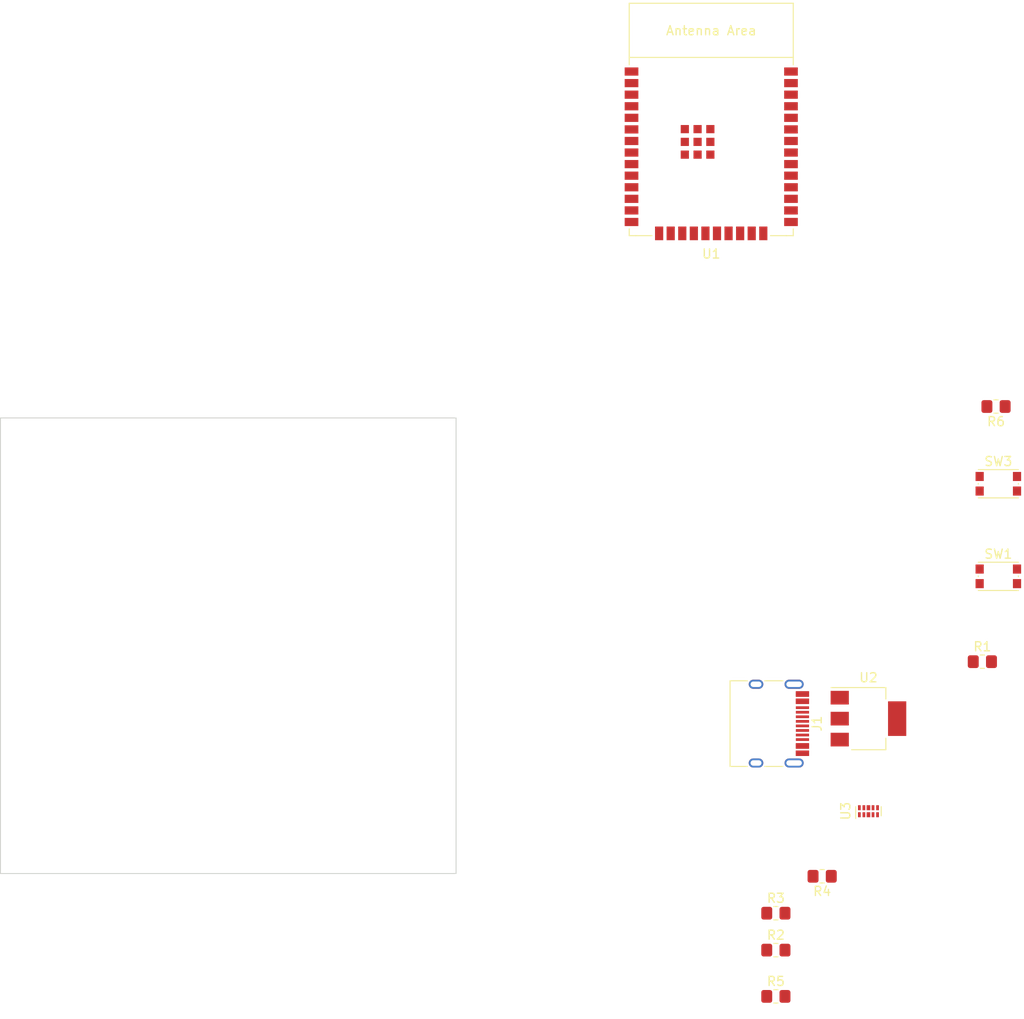
<source format=kicad_pcb>
(kicad_pcb (version 20211014) (generator pcbnew)
  (layers (0 "F.Cu" signal) (31 "B.Cu" signal) (34 "B.Paste" user) (35 "F.Paste" user) (36 "B.SilkS" user "B.Silkscreen") (37 "F.SilkS" user "F.Silkscreen") (38 "B.Mask" user) (39 "F.Mask" user) (44 "Edge.Cuts" user))
  (net 0 "")
  (net 8 "GND")
  (net 9 "+5V")
  (net 10 "Net-(R4-Pad1)")
  (net 11 "Data+")
  (net 12 "Data-")
  (net 14 "Net-(R3-Pad1)")
  (net 15 "Net-(J1-PadS1)")
  (net 22 "+3V3")
  (net 23 "Net-(R5-Pad2)")
  (net 24 "Net-(SW1-Pad2)")
  (net 25 "Net-(U1-Pad25)")
  (net 26 "GPIO36")
  (net 27 "GPIO39")
  (net 28 "GPIO34")
  (net 29 "GPIO35")
  (net 30 "GPIO32")
  (net 31 "GPIO33")
  (net 32 "GPIO25")
  (net 33 "GPIO26")
  (net 34 "GPIO27")
  (net 35 "GPIO14")
  (net 36 "GPIO12")
  (net 37 "GPIO13")
  (net 38 "GPIO15")
  (net 39 "GPIO2")
  (net 40 "GPIO4")
  (net 41 "GPIO16")
  (net 42 "GPIO17")
  (net 43 "GPIO5")
  (net 44 "GPIO18")
  (net 45 "GPIO19")
  (net 46 "GPIO21")
  (net 47 "GPIO22")
  (net 48 "GPIO23")
  (footprint "Connector_USB:USB_C_Receptacle_HRO_TYPE-C-31-M-12" (layer "F.Cu") (at 223.962877 106.547702 -90)
    (fp_text reference "J1" (at 0 -5.645 90) (layer "F.SilkS"))
    (fp_text value "USB_C_Receptacle_USB2.0")
    (fp_line (start 4.7 -1.9) (end 4.7 0.1) (layer "F.SilkS") (width 0.12))
    (fp_line (start -4.7 2) (end -4.7 3.9) (layer "F.SilkS") (width 0.12))
    (fp_line (start -4.7 3.9) (end 4.7 3.9) (layer "F.SilkS") (width 0.12))
    (fp_line (start 4.7 2) (end 4.7 3.9) (layer "F.SilkS") (width 0.12))
    (fp_line (start -4.7 -1.9) (end -4.7 0.1) (layer "F.SilkS") (width 0.12))
    (pad "" np_thru_hole circle (at -2.89 -2.6 270) (size 0.65 0.65) (drill 0.65) (layers *.Cu *.Mask))
    (pad "" np_thru_hole circle (at 2.89 -2.6 270) (size 0.65 0.65) (drill 0.65) (layers *.Cu *.Mask))
    (pad "A1" smd rect (at -3.25 -4.045 270) (size 0.6 1.45) (layers "F.Cu" "F.Paste" "F.Mask") (net 8 "GND"))
    (pad "A4" smd rect (at -2.45 -4.045 270) (size 0.6 1.45) (layers "F.Cu" "F.Paste" "F.Mask") (net 9 "+5V"))
    (pad "A5" smd rect (at -1.25 -4.045 270) (size 0.3 1.45) (layers "F.Cu" "F.Paste" "F.Mask") (net 10 "Net-(R4-Pad1)"))
    (pad "A6" smd rect (at -0.25 -4.045 270) (size 0.3 1.45) (layers "F.Cu" "F.Paste" "F.Mask") (net 11 "Data+"))
    (pad "A7" smd rect (at 0.25 -4.045 270) (size 0.3 1.45) (layers "F.Cu" "F.Paste" "F.Mask") (net 12 "Data-"))
    (pad "A8" smd rect (at 1.25 -4.045 270) (size 0.3 1.45) (layers "F.Cu" "F.Paste" "F.Mask"))
    (pad "A9" smd rect (at 2.45 -4.045 270) (size 0.6 1.45) (layers "F.Cu" "F.Paste" "F.Mask") (net 9 "+5V"))
    (pad "A12" smd rect (at 3.25 -4.045 270) (size 0.6 1.45) (layers "F.Cu" "F.Paste" "F.Mask") (net 8 "GND"))
    (pad "B1" smd rect (at 3.25 -4.045 270) (size 0.6 1.45) (layers "F.Cu" "F.Paste" "F.Mask") (net 8 "GND"))
    (pad "B4" smd rect (at 2.45 -4.045 270) (size 0.6 1.45) (layers "F.Cu" "F.Paste" "F.Mask") (net 9 "+5V"))
    (pad "B5" smd rect (at 1.75 -4.045 270) (size 0.3 1.45) (layers "F.Cu" "F.Paste" "F.Mask") (net 14 "Net-(R3-Pad1)"))
    (pad "B6" smd rect (at 0.75 -4.045 270) (size 0.3 1.45) (layers "F.Cu" "F.Paste" "F.Mask") (net 11 "Data+"))
    (pad "B7" smd rect (at -0.75 -4.045 270) (size 0.3 1.45) (layers "F.Cu" "F.Paste" "F.Mask") (net 12 "Data-"))
    (pad "B8" smd rect (at -1.75 -4.045 270) (size 0.3 1.45) (layers "F.Cu" "F.Paste" "F.Mask"))
    (pad "B9" smd rect (at -2.45 -4.045 270) (size 0.6 1.45) (layers "F.Cu" "F.Paste" "F.Mask") (net 9 "+5V"))
    (pad "B12" smd rect (at -3.25 -4.045 270) (size 0.6 1.45) (layers "F.Cu" "F.Paste" "F.Mask") (net 8 "GND"))
    (pad "S1" thru_hole oval (at 4.32 1.05 270) (size 1 1.6) (drill oval 0.6 1.2) (layers *.Cu *.Mask) (net 15 "Net-(J1-PadS1)"))
    (pad "S1" thru_hole oval (at -4.32 1.05 270) (size 1 1.6) (drill oval 0.6 1.2) (layers *.Cu *.Mask) (net 15 "Net-(J1-PadS1)"))
    (pad "S1" thru_hole oval (at -4.32 -3.13 270) (size 1 2.1) (drill oval 0.6 1.7) (layers *.Cu *.Mask) (net 15 "Net-(J1-PadS1)"))
    (pad "S1" thru_hole oval (at 4.32 -3.13 270) (size 1 2.1) (drill oval 0.6 1.7) (layers *.Cu *.Mask) (net 15 "Net-(J1-PadS1)"))
  )
  (footprint "espressif:ESP32-WROOM-32E" (layer "F.Cu") (at 218 42)
    (fp_text reference "U1" (at 0 13) (layer "F.SilkS"))
    (fp_text value "ESP32-WROOM-E" hide)
    (fp_text user "Antenna Area" (at 0 -11.5) (layer "F.SilkS"))
    (fp_line (start -8.25 11) (end -6.5 11) (layer "F.SilkS") (width 0.12))
    (fp_line (start 9 -14.5) (end 9 -7.75) (layer "F.SilkS") (width 0.12))
    (fp_line (start 8.25 11) (end 6.5 11) (layer "F.SilkS") (width 0.12))
    (fp_line (start -9 10.25) (end -9 11) (layer "F.SilkS") (width 0.12))
    (fp_line (start -9 -14.5) (end -9 -7.75) (layer "F.SilkS") (width 0.12))
    (fp_line (start 9 -8.56) (end -9 -8.56) (layer "F.SilkS") (width 0.12))
    (fp_line (start 9 10.25) (end 9 11) (layer "F.SilkS") (width 0.12))
    (fp_line (start -9 -14.5) (end 9 -14.5) (layer "F.SilkS") (width 0.12))
    (fp_line (start -9 11) (end -8.25 11) (layer "F.SilkS") (width 0.12))
    (fp_line (start 9 11) (end 8.25 11) (layer "F.SilkS") (width 0.12))
    (pad "1" smd rect (at -8.75 -7.01) (size 1.5 0.9) (layers "F.Cu" "F.Paste" "F.Mask") (net 8 "GND"))
    (pad "2" smd rect (at -8.75 -5.74) (size 1.5 0.9) (layers "F.Cu" "F.Paste" "F.Mask") (net 22 "+3V3"))
    (pad "3" smd rect (at -8.75 -4.47) (size 1.5 0.9) (layers "F.Cu" "F.Paste" "F.Mask") (net 22 "+3V3"))
    (pad "4" smd rect (at -8.75 -3.2) (size 1.5 0.9) (layers "F.Cu" "F.Paste" "F.Mask") (net 26 "GPIO36"))
    (pad "5" smd rect (at -8.75 -1.93) (size 1.5 0.9) (layers "F.Cu" "F.Paste" "F.Mask") (net 27 "GPIO39"))
    (pad "6" smd rect (at -8.75 -0.66) (size 1.5 0.9) (layers "F.Cu" "F.Paste" "F.Mask") (net 28 "GPIO34"))
    (pad "7" smd rect (at -8.75 0.61) (size 1.5 0.9) (layers "F.Cu" "F.Paste" "F.Mask") (net 29 "GPIO35"))
    (pad "8" smd rect (at -8.75 1.88) (size 1.5 0.9) (layers "F.Cu" "F.Paste" "F.Mask") (net 30 "GPIO32"))
    (pad "9" smd rect (at -8.75 3.15) (size 1.5 0.9) (layers "F.Cu" "F.Paste" "F.Mask") (net 31 "GPIO33"))
    (pad "10" smd rect (at -8.75 4.42) (size 1.5 0.9) (layers "F.Cu" "F.Paste" "F.Mask") (net 32 "GPIO25"))
    (pad "11" smd rect (at -8.75 5.69) (size 1.5 0.9) (layers "F.Cu" "F.Paste" "F.Mask") (net 33 "GPIO26"))
    (pad "12" smd rect (at -8.75 6.96) (size 1.5 0.9) (layers "F.Cu" "F.Paste" "F.Mask") (net 34 "GPIO27"))
    (pad "13" smd rect (at -8.75 8.23) (size 1.5 0.9) (layers "F.Cu" "F.Paste" "F.Mask") (net 35 "GPIO14"))
    (pad "14" smd rect (at -8.75 9.5) (size 1.5 0.9) (layers "F.Cu" "F.Paste" "F.Mask") (net 36 "GPIO12"))
    (pad "15" smd rect (at -5.72 10.75 90) (size 1.5 0.9) (layers "F.Cu" "F.Paste" "F.Mask") (net 8 "GND"))
    (pad "16" smd rect (at -4.45 10.75 90) (size 1.5 0.9) (layers "F.Cu" "F.Paste" "F.Mask") (net 37 "GPIO13"))
    (pad "17" smd rect (at -3.18 10.75 90) (size 1.5 0.9) (layers "F.Cu" "F.Paste" "F.Mask"))
    (pad "18" smd rect (at -1.91 10.75 90) (size 1.5 0.9) (layers "F.Cu" "F.Paste" "F.Mask"))
    (pad "19" smd rect (at -0.64 10.75 90) (size 1.5 0.9) (layers "F.Cu" "F.Paste" "F.Mask"))
    (pad "20" smd rect (at 0.63 10.75 90) (size 1.5 0.9) (layers "F.Cu" "F.Paste" "F.Mask"))
    (pad "21" smd rect (at 1.9 10.75 90) (size 1.5 0.9) (layers "F.Cu" "F.Paste" "F.Mask"))
    (pad "22" smd rect (at 3.17 10.75 90) (size 1.5 0.9) (layers "F.Cu" "F.Paste" "F.Mask"))
    (pad "23" smd rect (at 4.44 10.75 90) (size 1.5 0.9) (layers "F.Cu" "F.Paste" "F.Mask") (net 38 "GPIO15"))
    (pad "24" smd rect (at 5.71 10.75 90) (size 1.5 0.9) (layers "F.Cu" "F.Paste" "F.Mask") (net 39 "GPIO2"))
    (pad "25" smd rect (at 8.75 9.5 180) (size 1.5 0.9) (layers "F.Cu" "F.Paste" "F.Mask") (net 25 "Net-(U1-Pad25)"))
    (pad "26" smd rect (at 8.75 8.23 180) (size 1.5 0.9) (layers "F.Cu" "F.Paste" "F.Mask") (net 40 "GPIO4"))
    (pad "27" smd rect (at 8.75 6.96 180) (size 1.5 0.9) (layers "F.Cu" "F.Paste" "F.Mask") (net 41 "GPIO16"))
    (pad "28" smd rect (at 8.75 5.69 180) (size 1.5 0.9) (layers "F.Cu" "F.Paste" "F.Mask") (net 42 "GPIO17"))
    (pad "29" smd rect (at 8.75 4.42 180) (size 1.5 0.9) (layers "F.Cu" "F.Paste" "F.Mask") (net 43 "GPIO5"))
    (pad "30" smd rect (at 8.75 3.15 180) (size 1.5 0.9) (layers "F.Cu" "F.Paste" "F.Mask") (net 44 "GPIO18"))
    (pad "31" smd rect (at 8.75 1.88 180) (size 1.5 0.9) (layers "F.Cu" "F.Paste" "F.Mask") (net 45 "GPIO19"))
    (pad "32" smd rect (at 8.75 0.61 180) (size 1.5 0.9) (layers "F.Cu" "F.Paste" "F.Mask"))
    (pad "33" smd rect (at 8.75 -0.66 180) (size 1.5 0.9) (layers "F.Cu" "F.Paste" "F.Mask") (net 46 "GPIO21"))
    (pad "34" smd rect (at 8.75 -1.93 180) (size 1.5 0.9) (layers "F.Cu" "F.Paste" "F.Mask") (net 12 "Data-"))
    (pad "35" smd rect (at 8.75 -3.2 180) (size 1.5 0.9) (layers "F.Cu" "F.Paste" "F.Mask") (net 11 "Data+"))
    (pad "36" smd rect (at 8.75 -4.47 180) (size 1.5 0.9) (layers "F.Cu" "F.Paste" "F.Mask") (net 47 "GPIO22"))
    (pad "37" smd rect (at 8.75 -5.74 180) (size 1.5 0.9) (layers "F.Cu" "F.Paste" "F.Mask") (net 48 "GPIO23"))
    (pad "38" smd rect (at 8.75 -7.01 180) (size 1.5 0.9) (layers "F.Cu" "F.Paste" "F.Mask") (net 8 "GND"))
    (pad "39" smd rect (at -1.5 -0.69 180) (size 0.9 0.9) (layers "F.Cu" "F.Paste" "F.Mask") (net 8 "GND"))
    (pad "39" smd rect (at -2.9 -0.69 180) (size 0.9 0.9) (layers "F.Cu" "F.Paste" "F.Mask") (net 8 "GND"))
    (pad "39" smd rect (at -2.9 2.11 180) (size 0.9 0.9) (layers "F.Cu" "F.Paste" "F.Mask") (net 8 "GND"))
    (pad "39" smd rect (at -1.5 0.71 180) (size 0.9 0.9) (layers "F.Cu" "F.Paste" "F.Mask") (net 8 "GND"))
    (pad "39" smd rect (at -0.1 -0.69 180) (size 0.9 0.9) (layers "F.Cu" "F.Paste" "F.Mask") (net 8 "GND"))
    (pad "39" smd rect (at -0.1 0.71 180) (size 0.9 0.9) (layers "F.Cu" "F.Paste" "F.Mask") (net 8 "GND"))
    (pad "39" smd rect (at -2.9 0.71 180) (size 0.9 0.9) (layers "F.Cu" "F.Paste" "F.Mask") (net 8 "GND"))
    (pad "39" smd rect (at -1.5 2.11 180) (size 0.9 0.9) (layers "F.Cu" "F.Paste" "F.Mask") (net 8 "GND"))
    (pad "39" smd rect (at -0.1 2.11 180) (size 0.9 0.9) (layers "F.Cu" "F.Paste" "F.Mask") (net 8 "GND"))
  )
  (footprint "Package_TO_SOT_SMD:SOT-223-3_TabPin2" (layer "F.Cu") (at 235.25 106)
    (fp_text reference "U2" (at 0 -4.5) (layer "F.SilkS"))
    (fp_text value "AMS1117-3.3")
    (fp_line (start -1.85 3.41) (end 1.91 3.41) (layer "F.SilkS") (width 0.12))
    (fp_line (start -4.1 -3.41) (end 1.91 -3.41) (layer "F.SilkS") (width 0.12))
    (fp_line (start 1.91 3.41) (end 1.91 2.15) (layer "F.SilkS") (width 0.12))
    (fp_line (start 1.91 -3.41) (end 1.91 -2.15) (layer "F.SilkS") (width 0.12))
    (pad "1" smd rect (at -3.15 -2.3) (size 2 1.5) (layers "F.Cu" "F.Paste" "F.Mask") (net 8 "GND"))
    (pad "2" smd rect (at -3.15 0) (size 2 1.5) (layers "F.Cu" "F.Paste" "F.Mask") (net 22 "+3V3"))
    (pad "2" smd rect (at 3.15 0) (size 2 3.8) (layers "F.Cu" "F.Paste" "F.Mask") (net 22 "+3V3"))
    (pad "3" smd rect (at -3.15 2.3) (size 2 1.5) (layers "F.Cu" "F.Paste" "F.Mask") (net 9 "+5V"))
  )
  (footprint "Resistor_SMD:R_0805_2012Metric_Pad1.20x1.40mm_HandSolder" (layer "F.Cu") (at 247.75 99.75)
    (fp_text reference "R1" (at 0 -1.65) (layer "F.SilkS"))
    (fp_text value "10k")
    (fp_line (start -0.227064 -0.735) (end 0.227064 -0.735) (layer "F.SilkS") (width 0.12))
    (fp_line (start -0.227064 0.735) (end 0.227064 0.735) (layer "F.SilkS") (width 0.12))
    (pad "1" smd roundrect (at -1 0) (size 1.2 1.4) (layers "F.Cu" "F.Paste" "F.Mask") (roundrect_rratio 0.208333) (net 24 "Net-(SW1-Pad2)"))
    (pad "2" smd roundrect (at 1 0) (size 1.2 1.4) (layers "F.Cu" "F.Paste" "F.Mask") (roundrect_rratio 0.208333) (net 22 "+3V3"))
  )
  (footprint "Button_Switch_SMD:SW_Push_1P1T_NO_CK_KMR2" (layer "F.Cu") (at 249.504032 90.385839)
    (fp_text reference "SW1" (at 0 -2.45) (layer "F.SilkS"))
    (fp_text value "RST")
    (fp_line (start 2.2 -1.55) (end -2.2 -1.55) (layer "F.SilkS") (width 0.12))
    (fp_line (start -2.2 0.05) (end -2.2 -0.05) (layer "F.SilkS") (width 0.12))
    (fp_line (start -2.2 1.55) (end 2.2 1.55) (layer "F.SilkS") (width 0.12))
    (fp_line (start 2.2 0.05) (end 2.2 -0.05) (layer "F.SilkS") (width 0.12))
    (pad "1" smd rect (at -2.05 -0.8) (size 0.9 1) (layers "F.Cu" "F.Paste" "F.Mask") (net 8 "GND"))
    (pad "1" smd rect (at 2.05 -0.8) (size 0.9 1) (layers "F.Cu" "F.Paste" "F.Mask") (net 8 "GND"))
    (pad "2" smd rect (at -2.05 0.8) (size 0.9 1) (layers "F.Cu" "F.Paste" "F.Mask") (net 24 "Net-(SW1-Pad2)"))
    (pad "2" smd rect (at 2.05 0.8) (size 0.9 1) (layers "F.Cu" "F.Paste" "F.Mask") (net 24 "Net-(SW1-Pad2)"))
  )
  (footprint "Resistor_SMD:R_0805_2012Metric_Pad1.20x1.40mm_HandSolder" (layer "F.Cu") (at 225.09 131.4)
    (fp_text reference "R2" (at 0 -1.65) (layer "F.SilkS"))
    (fp_text value "1M")
    (fp_line (start -0.227064 0.735) (end 0.227064 0.735) (layer "F.SilkS") (width 0.12))
    (fp_line (start -0.227064 -0.735) (end 0.227064 -0.735) (layer "F.SilkS") (width 0.12))
    (pad "1" smd roundrect (at -1 0) (size 1.2 1.4) (layers "F.Cu" "F.Paste" "F.Mask") (roundrect_rratio 0.208333) (net 15 "Net-(J1-PadS1)"))
    (pad "2" smd roundrect (at 1 0) (size 1.2 1.4) (layers "F.Cu" "F.Paste" "F.Mask") (roundrect_rratio 0.208333) (net 8 "GND"))
  )
  (footprint "Button_Switch_SMD:SW_Push_1P1T_NO_CK_KMR2" (layer "F.Cu") (at 249.504032 80.225839)
    (fp_text reference "SW3" (at 0 -2.45) (layer "F.SilkS"))
    (fp_text value "BOOT")
    (fp_line (start 2.2 -1.55) (end -2.2 -1.55) (layer "F.SilkS") (width 0.12))
    (fp_line (start -2.2 1.55) (end 2.2 1.55) (layer "F.SilkS") (width 0.12))
    (fp_line (start 2.2 0.05) (end 2.2 -0.05) (layer "F.SilkS") (width 0.12))
    (fp_line (start -2.2 0.05) (end -2.2 -0.05) (layer "F.SilkS") (width 0.12))
    (pad "1" smd rect (at 2.05 -0.8) (size 0.9 1) (layers "F.Cu" "F.Paste" "F.Mask") (net 8 "GND"))
    (pad "1" smd rect (at -2.05 -0.8) (size 0.9 1) (layers "F.Cu" "F.Paste" "F.Mask") (net 8 "GND"))
    (pad "2" smd rect (at -2.05 0.8) (size 0.9 1) (layers "F.Cu" "F.Paste" "F.Mask") (net 25 "Net-(U1-Pad25)"))
    (pad "2" smd rect (at 2.05 0.8) (size 0.9 1) (layers "F.Cu" "F.Paste" "F.Mask") (net 25 "Net-(U1-Pad25)"))
  )
  (footprint "Package_SON:USON-10_2.5x1.0mm_P0.5mm" (layer "F.Cu") (at 235.25 116.16 90)
    (fp_text reference "U3" (at 0.01829 -2.5 90) (layer "F.SilkS"))
    (fp_text value "TPD4E02B04DQA")
    (fp_line (start 0.5 -1.4) (end -0.8 -1.4) (layer "F.SilkS") (width 0.12))
    (fp_line (start 0.5 1.4) (end -0.5 1.4) (layer "F.SilkS") (width 0.12))
    (pad "1" smd rect (at -0.385 -1) (size 0.3 0.55) (layers "F.Cu" "F.Paste" "F.Mask") (net 9 "+5V"))
    (pad "2" smd rect (at -0.385 -0.5) (size 0.3 0.55) (layers "F.Cu" "F.Paste" "F.Mask"))
    (pad "3" smd rect (at -0.385 0) (size 0.4 0.55) (layers "F.Cu" "F.Paste" "F.Mask") (net 8 "GND"))
    (pad "4" smd rect (at -0.385 0.5) (size 0.3 0.55) (layers "F.Cu" "F.Paste" "F.Mask") (net 11 "Data+"))
    (pad "5" smd rect (at -0.385 1) (size 0.3 0.55) (layers "F.Cu" "F.Paste" "F.Mask") (net 12 "Data-"))
    (pad "6" smd rect (at 0.385 1) (size 0.3 0.55) (layers "F.Cu" "F.Paste" "F.Mask"))
    (pad "7" smd rect (at 0.385 0.5) (size 0.3 0.55) (layers "F.Cu" "F.Paste" "F.Mask"))
    (pad "8" smd rect (at 0.385 0) (size 0.4 0.55) (layers "F.Cu" "F.Paste" "F.Mask") (net 8 "GND"))
    (pad "9" smd rect (at 0.385 -0.5) (size 0.3 0.55) (layers "F.Cu" "F.Paste" "F.Mask"))
    (pad "10" smd rect (at 0.385 -1) (size 0.3 0.55) (layers "F.Cu" "F.Paste" "F.Mask"))
  )
  (footprint "Resistor_SMD:R_0805_2012Metric_Pad1.20x1.40mm_HandSolder" (layer "F.Cu") (at 225.09 136.48)
    (fp_text reference "R5" (at 0 -1.65) (layer "F.SilkS"))
    (fp_text value "5k1")
    (fp_line (start -0.227064 -0.735) (end 0.227064 -0.735) (layer "F.SilkS") (width 0.12))
    (fp_line (start -0.227064 0.735) (end 0.227064 0.735) (layer "F.SilkS") (width 0.12))
    (pad "1" smd roundrect (at -1 0) (size 1.2 1.4) (layers "F.Cu" "F.Paste" "F.Mask") (roundrect_rratio 0.208333) (net 22 "+3V3"))
    (pad "2" smd roundrect (at 1 0) (size 1.2 1.4) (layers "F.Cu" "F.Paste" "F.Mask") (roundrect_rratio 0.208333) (net 23 "Net-(R5-Pad2)"))
  )
  (footprint "Resistor_SMD:R_0805_2012Metric_Pad1.20x1.40mm_HandSolder" (layer "F.Cu") (at 230.17 123.3 180)
    (fp_text reference "R4" (at 0 -1.65) (layer "F.SilkS"))
    (fp_text value "5k1")
    (fp_line (start -0.227064 0.735) (end 0.227064 0.735) (layer "F.SilkS") (width 0.12))
    (fp_line (start -0.227064 -0.735) (end 0.227064 -0.735) (layer "F.SilkS") (width 0.12))
    (pad "1" smd roundrect (at -1 0 180) (size 1.2 1.4) (layers "F.Cu" "F.Paste" "F.Mask") (roundrect_rratio 0.208333) (net 10 "Net-(R4-Pad1)"))
    (pad "2" smd roundrect (at 1 0 180) (size 1.2 1.4) (layers "F.Cu" "F.Paste" "F.Mask") (roundrect_rratio 0.208333) (net 8 "GND"))
  )
  (footprint "Resistor_SMD:R_0805_2012Metric_Pad1.20x1.40mm_HandSolder" (layer "F.Cu") (at 225.09 127.35)
    (fp_text reference "R3" (at 0 -1.65) (layer "F.SilkS"))
    (fp_text value "5k1")
    (fp_line (start -0.227064 -0.735) (end 0.227064 -0.735) (layer "F.SilkS") (width 0.12))
    (fp_line (start -0.227064 0.735) (end 0.227064 0.735) (layer "F.SilkS") (width 0.12))
    (pad "1" smd roundrect (at -1 0) (size 1.2 1.4) (layers "F.Cu" "F.Paste" "F.Mask") (roundrect_rratio 0.208333) (net 14 "Net-(R3-Pad1)"))
    (pad "2" smd roundrect (at 1 0) (size 1.2 1.4) (layers "F.Cu" "F.Paste" "F.Mask") (roundrect_rratio 0.208333) (net 8 "GND"))
  )
  (footprint "Resistor_SMD:R_0805_2012Metric_Pad1.20x1.40mm_HandSolder" (layer "F.Cu") (at 249.25 71.75 180)
    (fp_text reference "R6" (at 0 -1.65 180) (layer "F.SilkS"))
    (fp_text value "10k")
    (fp_line (start -0.227064 -0.735) (end 0.227064 -0.735) (layer "F.SilkS") (width 0.12))
    (fp_line (start -0.227064 0.735) (end 0.227064 0.735) (layer "F.SilkS") (width 0.12))
    (pad "1" smd roundrect (at -1 0 180) (size 1.2 1.4) (layers "F.Cu" "F.Paste" "F.Mask") (roundrect_rratio 0.208333) (net 25 "Net-(U1-Pad25)"))
    (pad "2" smd roundrect (at 1 0 180) (size 1.2 1.4) (layers "F.Cu" "F.Paste" "F.Mask") (roundrect_rratio 0.208333) (net 22 "+3V3"))
  )
  (gr_rect (start 140 73) (end 190 123) (layer "Edge.Cuts") (width 0.1) (fill none))
)
</source>
